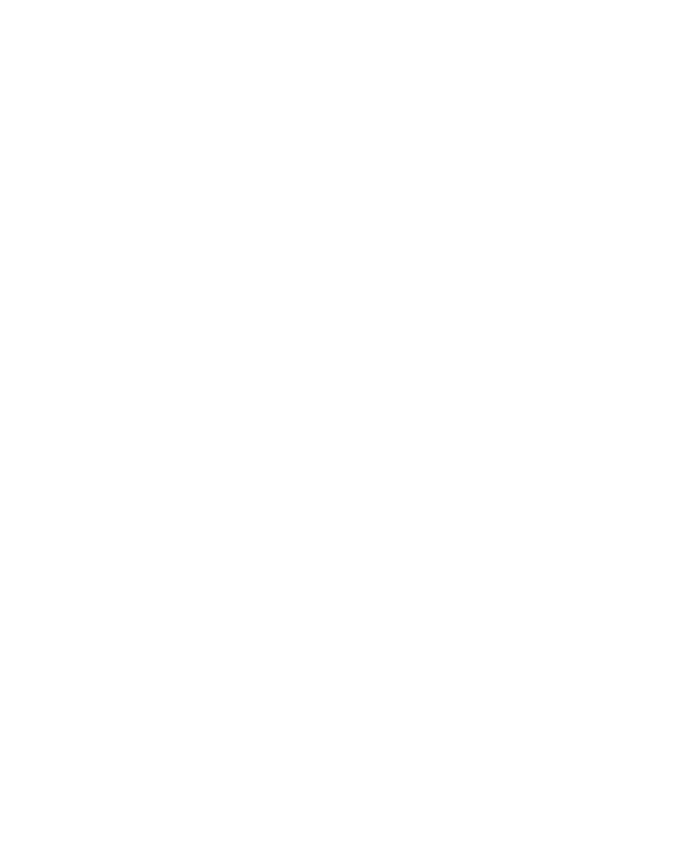
<source format=gbp>
*%FSLAX23Y23*%
*%MOIN*%
G01*
D32*
X10557Y6389D02*
D03*
X10507D02*
D03*
X10457D02*
D03*
X10357D02*
D03*
X10307D02*
D03*
X10257D02*
D03*
X10207D02*
D03*
X10157D02*
D03*
X10107D02*
D03*
X10057D02*
D03*
X10007D02*
D03*
X9957D02*
D03*
X9907D02*
D03*
X9857D02*
D03*
X9807D02*
D03*
X9757D02*
D03*
X9707D02*
D03*
X9657D02*
D03*
X9607D02*
D03*
X9557D02*
D03*
X9507D02*
D03*
X9457D02*
D03*
X9407D02*
D03*
X9357D02*
D03*
X9307D02*
D03*
X9257D02*
D03*
X9207D02*
D03*
X9157D02*
D03*
X9107D02*
D03*
X9057D02*
D03*
X9007D02*
D03*
X8957D02*
D03*
X8907D02*
D03*
X8857D02*
D03*
X8807D02*
D03*
X8757D02*
D03*
X8707D02*
D03*
X8657D02*
D03*
X8607D02*
D03*
X8557D02*
D03*
X8507D02*
D03*
X8457D02*
D03*
X8407D02*
D03*
X10607D02*
D03*
X10557Y6524D02*
D03*
X10507D02*
D03*
X10457D02*
D03*
X10407D02*
D03*
X10357D02*
D03*
X10307D02*
D03*
X10257D02*
D03*
X10207D02*
D03*
X10157D02*
D03*
X10107D02*
D03*
X10057D02*
D03*
X10007D02*
D03*
X9957D02*
D03*
X9907D02*
D03*
X9857D02*
D03*
X9807D02*
D03*
X9757D02*
D03*
X9707D02*
D03*
X9657D02*
D03*
X9607D02*
D03*
X9557D02*
D03*
X9507D02*
D03*
X9457D02*
D03*
X9407D02*
D03*
X9357D02*
D03*
X9307D02*
D03*
X9257D02*
D03*
X9207D02*
D03*
X9157D02*
D03*
X9107D02*
D03*
X9057D02*
D03*
X9007D02*
D03*
X8957D02*
D03*
X8907D02*
D03*
X8857D02*
D03*
X8807D02*
D03*
X8757D02*
D03*
X8707D02*
D03*
X8657D02*
D03*
X8607D02*
D03*
X8557D02*
D03*
X8507D02*
D03*
X8457D02*
D03*
X8407D02*
D03*
X10607D02*
D03*
X10407Y6389D02*
D03*
D35*
X9373Y8274D02*
D03*
X9435D02*
D03*
X9421Y8886D02*
D03*
X9359D02*
D03*
X9436Y9126D02*
D03*
X9374D02*
D03*
X9419Y7184D02*
D03*
X9357D02*
D03*
X9434Y7424D02*
D03*
X9372D02*
D03*
X9358Y8034D02*
D03*
X9420D02*
D03*
M02*

</source>
